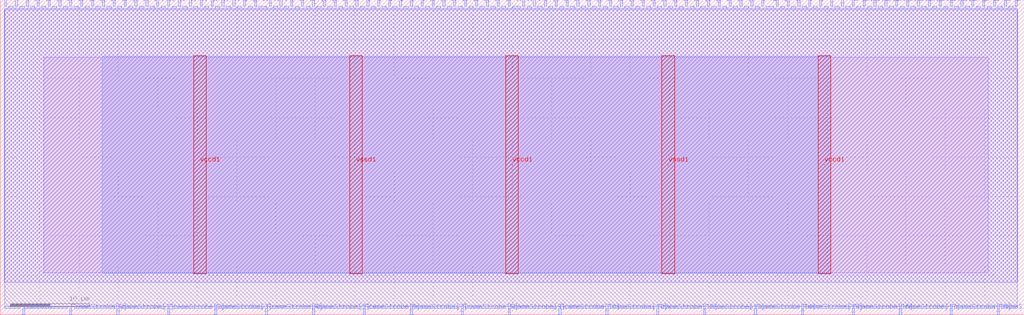
<source format=lef>
VERSION 5.7 ;
  NOWIREEXTENSIONATPIN ON ;
  DIVIDERCHAR "/" ;
  BUSBITCHARS "[]" ;
MACRO S_term_RAM_IO
  CLASS BLOCK ;
  FOREIGN S_term_RAM_IO ;
  ORIGIN 0.000 0.000 ;
  SIZE 130.000 BY 40.000 ;
  PIN FrameStrobe[0]
    DIRECTION INPUT ;
    USE SIGNAL ;
    PORT
      LAYER met2 ;
        RECT 8.830 0.000 9.110 0.800 ;
    END
  END FrameStrobe[0]
  PIN FrameStrobe[10]
    DIRECTION INPUT ;
    USE SIGNAL ;
    PORT
      LAYER met2 ;
        RECT 70.930 0.000 71.210 0.800 ;
    END
  END FrameStrobe[10]
  PIN FrameStrobe[11]
    DIRECTION INPUT ;
    USE SIGNAL ;
    PORT
      LAYER met2 ;
        RECT 76.910 0.000 77.190 0.800 ;
    END
  END FrameStrobe[11]
  PIN FrameStrobe[12]
    DIRECTION INPUT ;
    USE SIGNAL ;
    PORT
      LAYER met2 ;
        RECT 83.350 0.000 83.630 0.800 ;
    END
  END FrameStrobe[12]
  PIN FrameStrobe[13]
    DIRECTION INPUT ;
    USE SIGNAL ;
    PORT
      LAYER met2 ;
        RECT 89.330 0.000 89.610 0.800 ;
    END
  END FrameStrobe[13]
  PIN FrameStrobe[14]
    DIRECTION INPUT ;
    USE SIGNAL ;
    PORT
      LAYER met2 ;
        RECT 95.770 0.000 96.050 0.800 ;
    END
  END FrameStrobe[14]
  PIN FrameStrobe[15]
    DIRECTION INPUT ;
    USE SIGNAL ;
    PORT
      LAYER met2 ;
        RECT 101.750 0.000 102.030 0.800 ;
    END
  END FrameStrobe[15]
  PIN FrameStrobe[16]
    DIRECTION INPUT ;
    USE SIGNAL ;
    PORT
      LAYER met2 ;
        RECT 108.190 0.000 108.470 0.800 ;
    END
  END FrameStrobe[16]
  PIN FrameStrobe[17]
    DIRECTION INPUT ;
    USE SIGNAL ;
    PORT
      LAYER met2 ;
        RECT 114.170 0.000 114.450 0.800 ;
    END
  END FrameStrobe[17]
  PIN FrameStrobe[18]
    DIRECTION INPUT ;
    USE SIGNAL ;
    PORT
      LAYER met2 ;
        RECT 120.610 0.000 120.890 0.800 ;
    END
  END FrameStrobe[18]
  PIN FrameStrobe[19]
    DIRECTION INPUT ;
    USE SIGNAL ;
    PORT
      LAYER met2 ;
        RECT 126.590 0.000 126.870 0.800 ;
    END
  END FrameStrobe[19]
  PIN FrameStrobe[1]
    DIRECTION INPUT ;
    USE SIGNAL ;
    PORT
      LAYER met2 ;
        RECT 14.810 0.000 15.090 0.800 ;
    END
  END FrameStrobe[1]
  PIN FrameStrobe[2]
    DIRECTION INPUT ;
    USE SIGNAL ;
    PORT
      LAYER met2 ;
        RECT 21.250 0.000 21.530 0.800 ;
    END
  END FrameStrobe[2]
  PIN FrameStrobe[3]
    DIRECTION INPUT ;
    USE SIGNAL ;
    PORT
      LAYER met2 ;
        RECT 27.230 0.000 27.510 0.800 ;
    END
  END FrameStrobe[3]
  PIN FrameStrobe[4]
    DIRECTION INPUT ;
    USE SIGNAL ;
    PORT
      LAYER met2 ;
        RECT 33.670 0.000 33.950 0.800 ;
    END
  END FrameStrobe[4]
  PIN FrameStrobe[5]
    DIRECTION INPUT ;
    USE SIGNAL ;
    PORT
      LAYER met2 ;
        RECT 39.650 0.000 39.930 0.800 ;
    END
  END FrameStrobe[5]
  PIN FrameStrobe[6]
    DIRECTION INPUT ;
    USE SIGNAL ;
    PORT
      LAYER met2 ;
        RECT 46.090 0.000 46.370 0.800 ;
    END
  END FrameStrobe[6]
  PIN FrameStrobe[7]
    DIRECTION INPUT ;
    USE SIGNAL ;
    PORT
      LAYER met2 ;
        RECT 52.070 0.000 52.350 0.800 ;
    END
  END FrameStrobe[7]
  PIN FrameStrobe[8]
    DIRECTION INPUT ;
    USE SIGNAL ;
    PORT
      LAYER met2 ;
        RECT 58.510 0.000 58.790 0.800 ;
    END
  END FrameStrobe[8]
  PIN FrameStrobe[9]
    DIRECTION INPUT ;
    USE SIGNAL ;
    PORT
      LAYER met2 ;
        RECT 64.490 0.000 64.770 0.800 ;
    END
  END FrameStrobe[9]
  PIN FrameStrobe_O[0]
    DIRECTION OUTPUT TRISTATE ;
    USE SIGNAL ;
    PORT
      LAYER met2 ;
        RECT 102.670 39.200 102.950 40.000 ;
    END
  END FrameStrobe_O[0]
  PIN FrameStrobe_O[10]
    DIRECTION OUTPUT TRISTATE ;
    USE SIGNAL ;
    PORT
      LAYER met2 ;
        RECT 116.470 39.200 116.750 40.000 ;
    END
  END FrameStrobe_O[10]
  PIN FrameStrobe_O[11]
    DIRECTION OUTPUT TRISTATE ;
    USE SIGNAL ;
    PORT
      LAYER met2 ;
        RECT 117.850 39.200 118.130 40.000 ;
    END
  END FrameStrobe_O[11]
  PIN FrameStrobe_O[12]
    DIRECTION OUTPUT TRISTATE ;
    USE SIGNAL ;
    PORT
      LAYER met2 ;
        RECT 119.230 39.200 119.510 40.000 ;
    END
  END FrameStrobe_O[12]
  PIN FrameStrobe_O[13]
    DIRECTION OUTPUT TRISTATE ;
    USE SIGNAL ;
    PORT
      LAYER met2 ;
        RECT 120.610 39.200 120.890 40.000 ;
    END
  END FrameStrobe_O[13]
  PIN FrameStrobe_O[14]
    DIRECTION OUTPUT TRISTATE ;
    USE SIGNAL ;
    PORT
      LAYER met2 ;
        RECT 121.990 39.200 122.270 40.000 ;
    END
  END FrameStrobe_O[14]
  PIN FrameStrobe_O[15]
    DIRECTION OUTPUT TRISTATE ;
    USE SIGNAL ;
    PORT
      LAYER met2 ;
        RECT 123.370 39.200 123.650 40.000 ;
    END
  END FrameStrobe_O[15]
  PIN FrameStrobe_O[16]
    DIRECTION OUTPUT TRISTATE ;
    USE SIGNAL ;
    PORT
      LAYER met2 ;
        RECT 124.750 39.200 125.030 40.000 ;
    END
  END FrameStrobe_O[16]
  PIN FrameStrobe_O[17]
    DIRECTION OUTPUT TRISTATE ;
    USE SIGNAL ;
    PORT
      LAYER met2 ;
        RECT 126.130 39.200 126.410 40.000 ;
    END
  END FrameStrobe_O[17]
  PIN FrameStrobe_O[18]
    DIRECTION OUTPUT TRISTATE ;
    USE SIGNAL ;
    PORT
      LAYER met2 ;
        RECT 127.510 39.200 127.790 40.000 ;
    END
  END FrameStrobe_O[18]
  PIN FrameStrobe_O[19]
    DIRECTION OUTPUT TRISTATE ;
    USE SIGNAL ;
    PORT
      LAYER met2 ;
        RECT 128.890 39.200 129.170 40.000 ;
    END
  END FrameStrobe_O[19]
  PIN FrameStrobe_O[1]
    DIRECTION OUTPUT TRISTATE ;
    USE SIGNAL ;
    PORT
      LAYER met2 ;
        RECT 104.050 39.200 104.330 40.000 ;
    END
  END FrameStrobe_O[1]
  PIN FrameStrobe_O[2]
    DIRECTION OUTPUT TRISTATE ;
    USE SIGNAL ;
    PORT
      LAYER met2 ;
        RECT 105.430 39.200 105.710 40.000 ;
    END
  END FrameStrobe_O[2]
  PIN FrameStrobe_O[3]
    DIRECTION OUTPUT TRISTATE ;
    USE SIGNAL ;
    PORT
      LAYER met2 ;
        RECT 106.810 39.200 107.090 40.000 ;
    END
  END FrameStrobe_O[3]
  PIN FrameStrobe_O[4]
    DIRECTION OUTPUT TRISTATE ;
    USE SIGNAL ;
    PORT
      LAYER met2 ;
        RECT 108.190 39.200 108.470 40.000 ;
    END
  END FrameStrobe_O[4]
  PIN FrameStrobe_O[5]
    DIRECTION OUTPUT TRISTATE ;
    USE SIGNAL ;
    PORT
      LAYER met2 ;
        RECT 109.570 39.200 109.850 40.000 ;
    END
  END FrameStrobe_O[5]
  PIN FrameStrobe_O[6]
    DIRECTION OUTPUT TRISTATE ;
    USE SIGNAL ;
    PORT
      LAYER met2 ;
        RECT 110.950 39.200 111.230 40.000 ;
    END
  END FrameStrobe_O[6]
  PIN FrameStrobe_O[7]
    DIRECTION OUTPUT TRISTATE ;
    USE SIGNAL ;
    PORT
      LAYER met2 ;
        RECT 112.330 39.200 112.610 40.000 ;
    END
  END FrameStrobe_O[7]
  PIN FrameStrobe_O[8]
    DIRECTION OUTPUT TRISTATE ;
    USE SIGNAL ;
    PORT
      LAYER met2 ;
        RECT 113.710 39.200 113.990 40.000 ;
    END
  END FrameStrobe_O[8]
  PIN FrameStrobe_O[9]
    DIRECTION OUTPUT TRISTATE ;
    USE SIGNAL ;
    PORT
      LAYER met2 ;
        RECT 115.090 39.200 115.370 40.000 ;
    END
  END FrameStrobe_O[9]
  PIN N1BEG[0]
    DIRECTION OUTPUT TRISTATE ;
    USE SIGNAL ;
    PORT
      LAYER met2 ;
        RECT 0.550 39.200 0.830 40.000 ;
    END
  END N1BEG[0]
  PIN N1BEG[1]
    DIRECTION OUTPUT TRISTATE ;
    USE SIGNAL ;
    PORT
      LAYER met2 ;
        RECT 1.930 39.200 2.210 40.000 ;
    END
  END N1BEG[1]
  PIN N1BEG[2]
    DIRECTION OUTPUT TRISTATE ;
    USE SIGNAL ;
    PORT
      LAYER met2 ;
        RECT 3.310 39.200 3.590 40.000 ;
    END
  END N1BEG[2]
  PIN N1BEG[3]
    DIRECTION OUTPUT TRISTATE ;
    USE SIGNAL ;
    PORT
      LAYER met2 ;
        RECT 4.690 39.200 4.970 40.000 ;
    END
  END N1BEG[3]
  PIN N2BEG[0]
    DIRECTION OUTPUT TRISTATE ;
    USE SIGNAL ;
    PORT
      LAYER met2 ;
        RECT 6.070 39.200 6.350 40.000 ;
    END
  END N2BEG[0]
  PIN N2BEG[1]
    DIRECTION OUTPUT TRISTATE ;
    USE SIGNAL ;
    PORT
      LAYER met2 ;
        RECT 7.450 39.200 7.730 40.000 ;
    END
  END N2BEG[1]
  PIN N2BEG[2]
    DIRECTION OUTPUT TRISTATE ;
    USE SIGNAL ;
    PORT
      LAYER met2 ;
        RECT 8.830 39.200 9.110 40.000 ;
    END
  END N2BEG[2]
  PIN N2BEG[3]
    DIRECTION OUTPUT TRISTATE ;
    USE SIGNAL ;
    PORT
      LAYER met2 ;
        RECT 10.210 39.200 10.490 40.000 ;
    END
  END N2BEG[3]
  PIN N2BEG[4]
    DIRECTION OUTPUT TRISTATE ;
    USE SIGNAL ;
    PORT
      LAYER met2 ;
        RECT 11.590 39.200 11.870 40.000 ;
    END
  END N2BEG[4]
  PIN N2BEG[5]
    DIRECTION OUTPUT TRISTATE ;
    USE SIGNAL ;
    PORT
      LAYER met2 ;
        RECT 12.970 39.200 13.250 40.000 ;
    END
  END N2BEG[5]
  PIN N2BEG[6]
    DIRECTION OUTPUT TRISTATE ;
    USE SIGNAL ;
    PORT
      LAYER met2 ;
        RECT 14.350 39.200 14.630 40.000 ;
    END
  END N2BEG[6]
  PIN N2BEG[7]
    DIRECTION OUTPUT TRISTATE ;
    USE SIGNAL ;
    PORT
      LAYER met2 ;
        RECT 15.730 39.200 16.010 40.000 ;
    END
  END N2BEG[7]
  PIN N2BEGb[0]
    DIRECTION OUTPUT TRISTATE ;
    USE SIGNAL ;
    PORT
      LAYER met2 ;
        RECT 17.110 39.200 17.390 40.000 ;
    END
  END N2BEGb[0]
  PIN N2BEGb[1]
    DIRECTION OUTPUT TRISTATE ;
    USE SIGNAL ;
    PORT
      LAYER met2 ;
        RECT 18.490 39.200 18.770 40.000 ;
    END
  END N2BEGb[1]
  PIN N2BEGb[2]
    DIRECTION OUTPUT TRISTATE ;
    USE SIGNAL ;
    PORT
      LAYER met2 ;
        RECT 19.870 39.200 20.150 40.000 ;
    END
  END N2BEGb[2]
  PIN N2BEGb[3]
    DIRECTION OUTPUT TRISTATE ;
    USE SIGNAL ;
    PORT
      LAYER met2 ;
        RECT 21.250 39.200 21.530 40.000 ;
    END
  END N2BEGb[3]
  PIN N2BEGb[4]
    DIRECTION OUTPUT TRISTATE ;
    USE SIGNAL ;
    PORT
      LAYER met2 ;
        RECT 22.630 39.200 22.910 40.000 ;
    END
  END N2BEGb[4]
  PIN N2BEGb[5]
    DIRECTION OUTPUT TRISTATE ;
    USE SIGNAL ;
    PORT
      LAYER met2 ;
        RECT 24.010 39.200 24.290 40.000 ;
    END
  END N2BEGb[5]
  PIN N2BEGb[6]
    DIRECTION OUTPUT TRISTATE ;
    USE SIGNAL ;
    PORT
      LAYER met2 ;
        RECT 25.390 39.200 25.670 40.000 ;
    END
  END N2BEGb[6]
  PIN N2BEGb[7]
    DIRECTION OUTPUT TRISTATE ;
    USE SIGNAL ;
    PORT
      LAYER met2 ;
        RECT 26.770 39.200 27.050 40.000 ;
    END
  END N2BEGb[7]
  PIN N4BEG[0]
    DIRECTION OUTPUT TRISTATE ;
    USE SIGNAL ;
    PORT
      LAYER met2 ;
        RECT 28.150 39.200 28.430 40.000 ;
    END
  END N4BEG[0]
  PIN N4BEG[10]
    DIRECTION OUTPUT TRISTATE ;
    USE SIGNAL ;
    PORT
      LAYER met2 ;
        RECT 42.410 39.200 42.690 40.000 ;
    END
  END N4BEG[10]
  PIN N4BEG[11]
    DIRECTION OUTPUT TRISTATE ;
    USE SIGNAL ;
    PORT
      LAYER met2 ;
        RECT 43.790 39.200 44.070 40.000 ;
    END
  END N4BEG[11]
  PIN N4BEG[12]
    DIRECTION OUTPUT TRISTATE ;
    USE SIGNAL ;
    PORT
      LAYER met2 ;
        RECT 45.170 39.200 45.450 40.000 ;
    END
  END N4BEG[12]
  PIN N4BEG[13]
    DIRECTION OUTPUT TRISTATE ;
    USE SIGNAL ;
    PORT
      LAYER met2 ;
        RECT 46.550 39.200 46.830 40.000 ;
    END
  END N4BEG[13]
  PIN N4BEG[14]
    DIRECTION OUTPUT TRISTATE ;
    USE SIGNAL ;
    PORT
      LAYER met2 ;
        RECT 47.930 39.200 48.210 40.000 ;
    END
  END N4BEG[14]
  PIN N4BEG[15]
    DIRECTION OUTPUT TRISTATE ;
    USE SIGNAL ;
    PORT
      LAYER met2 ;
        RECT 49.310 39.200 49.590 40.000 ;
    END
  END N4BEG[15]
  PIN N4BEG[1]
    DIRECTION OUTPUT TRISTATE ;
    USE SIGNAL ;
    PORT
      LAYER met2 ;
        RECT 29.530 39.200 29.810 40.000 ;
    END
  END N4BEG[1]
  PIN N4BEG[2]
    DIRECTION OUTPUT TRISTATE ;
    USE SIGNAL ;
    PORT
      LAYER met2 ;
        RECT 30.910 39.200 31.190 40.000 ;
    END
  END N4BEG[2]
  PIN N4BEG[3]
    DIRECTION OUTPUT TRISTATE ;
    USE SIGNAL ;
    PORT
      LAYER met2 ;
        RECT 32.290 39.200 32.570 40.000 ;
    END
  END N4BEG[3]
  PIN N4BEG[4]
    DIRECTION OUTPUT TRISTATE ;
    USE SIGNAL ;
    PORT
      LAYER met2 ;
        RECT 34.130 39.200 34.410 40.000 ;
    END
  END N4BEG[4]
  PIN N4BEG[5]
    DIRECTION OUTPUT TRISTATE ;
    USE SIGNAL ;
    PORT
      LAYER met2 ;
        RECT 35.510 39.200 35.790 40.000 ;
    END
  END N4BEG[5]
  PIN N4BEG[6]
    DIRECTION OUTPUT TRISTATE ;
    USE SIGNAL ;
    PORT
      LAYER met2 ;
        RECT 36.890 39.200 37.170 40.000 ;
    END
  END N4BEG[6]
  PIN N4BEG[7]
    DIRECTION OUTPUT TRISTATE ;
    USE SIGNAL ;
    PORT
      LAYER met2 ;
        RECT 38.270 39.200 38.550 40.000 ;
    END
  END N4BEG[7]
  PIN N4BEG[8]
    DIRECTION OUTPUT TRISTATE ;
    USE SIGNAL ;
    PORT
      LAYER met2 ;
        RECT 39.650 39.200 39.930 40.000 ;
    END
  END N4BEG[8]
  PIN N4BEG[9]
    DIRECTION OUTPUT TRISTATE ;
    USE SIGNAL ;
    PORT
      LAYER met2 ;
        RECT 41.030 39.200 41.310 40.000 ;
    END
  END N4BEG[9]
  PIN S1END[0]
    DIRECTION INPUT ;
    USE SIGNAL ;
    PORT
      LAYER met2 ;
        RECT 50.690 39.200 50.970 40.000 ;
    END
  END S1END[0]
  PIN S1END[1]
    DIRECTION INPUT ;
    USE SIGNAL ;
    PORT
      LAYER met2 ;
        RECT 52.070 39.200 52.350 40.000 ;
    END
  END S1END[1]
  PIN S1END[2]
    DIRECTION INPUT ;
    USE SIGNAL ;
    PORT
      LAYER met2 ;
        RECT 53.450 39.200 53.730 40.000 ;
    END
  END S1END[2]
  PIN S1END[3]
    DIRECTION INPUT ;
    USE SIGNAL ;
    PORT
      LAYER met2 ;
        RECT 54.830 39.200 55.110 40.000 ;
    END
  END S1END[3]
  PIN S2END[0]
    DIRECTION INPUT ;
    USE SIGNAL ;
    PORT
      LAYER met2 ;
        RECT 56.210 39.200 56.490 40.000 ;
    END
  END S2END[0]
  PIN S2END[1]
    DIRECTION INPUT ;
    USE SIGNAL ;
    PORT
      LAYER met2 ;
        RECT 57.590 39.200 57.870 40.000 ;
    END
  END S2END[1]
  PIN S2END[2]
    DIRECTION INPUT ;
    USE SIGNAL ;
    PORT
      LAYER met2 ;
        RECT 58.970 39.200 59.250 40.000 ;
    END
  END S2END[2]
  PIN S2END[3]
    DIRECTION INPUT ;
    USE SIGNAL ;
    PORT
      LAYER met2 ;
        RECT 60.350 39.200 60.630 40.000 ;
    END
  END S2END[3]
  PIN S2END[4]
    DIRECTION INPUT ;
    USE SIGNAL ;
    PORT
      LAYER met2 ;
        RECT 61.730 39.200 62.010 40.000 ;
    END
  END S2END[4]
  PIN S2END[5]
    DIRECTION INPUT ;
    USE SIGNAL ;
    PORT
      LAYER met2 ;
        RECT 63.110 39.200 63.390 40.000 ;
    END
  END S2END[5]
  PIN S2END[6]
    DIRECTION INPUT ;
    USE SIGNAL ;
    PORT
      LAYER met2 ;
        RECT 64.490 39.200 64.770 40.000 ;
    END
  END S2END[6]
  PIN S2END[7]
    DIRECTION INPUT ;
    USE SIGNAL ;
    PORT
      LAYER met2 ;
        RECT 66.330 39.200 66.610 40.000 ;
    END
  END S2END[7]
  PIN S2MID[0]
    DIRECTION INPUT ;
    USE SIGNAL ;
    PORT
      LAYER met2 ;
        RECT 67.710 39.200 67.990 40.000 ;
    END
  END S2MID[0]
  PIN S2MID[1]
    DIRECTION INPUT ;
    USE SIGNAL ;
    PORT
      LAYER met2 ;
        RECT 69.090 39.200 69.370 40.000 ;
    END
  END S2MID[1]
  PIN S2MID[2]
    DIRECTION INPUT ;
    USE SIGNAL ;
    PORT
      LAYER met2 ;
        RECT 70.470 39.200 70.750 40.000 ;
    END
  END S2MID[2]
  PIN S2MID[3]
    DIRECTION INPUT ;
    USE SIGNAL ;
    PORT
      LAYER met2 ;
        RECT 71.850 39.200 72.130 40.000 ;
    END
  END S2MID[3]
  PIN S2MID[4]
    DIRECTION INPUT ;
    USE SIGNAL ;
    PORT
      LAYER met2 ;
        RECT 73.230 39.200 73.510 40.000 ;
    END
  END S2MID[4]
  PIN S2MID[5]
    DIRECTION INPUT ;
    USE SIGNAL ;
    PORT
      LAYER met2 ;
        RECT 74.610 39.200 74.890 40.000 ;
    END
  END S2MID[5]
  PIN S2MID[6]
    DIRECTION INPUT ;
    USE SIGNAL ;
    PORT
      LAYER met2 ;
        RECT 75.990 39.200 76.270 40.000 ;
    END
  END S2MID[6]
  PIN S2MID[7]
    DIRECTION INPUT ;
    USE SIGNAL ;
    PORT
      LAYER met2 ;
        RECT 77.370 39.200 77.650 40.000 ;
    END
  END S2MID[7]
  PIN S4END[0]
    DIRECTION INPUT ;
    USE SIGNAL ;
    PORT
      LAYER met2 ;
        RECT 78.750 39.200 79.030 40.000 ;
    END
  END S4END[0]
  PIN S4END[10]
    DIRECTION INPUT ;
    USE SIGNAL ;
    PORT
      LAYER met2 ;
        RECT 92.550 39.200 92.830 40.000 ;
    END
  END S4END[10]
  PIN S4END[11]
    DIRECTION INPUT ;
    USE SIGNAL ;
    PORT
      LAYER met2 ;
        RECT 93.930 39.200 94.210 40.000 ;
    END
  END S4END[11]
  PIN S4END[12]
    DIRECTION INPUT ;
    USE SIGNAL ;
    PORT
      LAYER met2 ;
        RECT 95.310 39.200 95.590 40.000 ;
    END
  END S4END[12]
  PIN S4END[13]
    DIRECTION INPUT ;
    USE SIGNAL ;
    PORT
      LAYER met2 ;
        RECT 96.690 39.200 96.970 40.000 ;
    END
  END S4END[13]
  PIN S4END[14]
    DIRECTION INPUT ;
    USE SIGNAL ;
    PORT
      LAYER met2 ;
        RECT 98.530 39.200 98.810 40.000 ;
    END
  END S4END[14]
  PIN S4END[15]
    DIRECTION INPUT ;
    USE SIGNAL ;
    PORT
      LAYER met2 ;
        RECT 99.910 39.200 100.190 40.000 ;
    END
  END S4END[15]
  PIN S4END[1]
    DIRECTION INPUT ;
    USE SIGNAL ;
    PORT
      LAYER met2 ;
        RECT 80.130 39.200 80.410 40.000 ;
    END
  END S4END[1]
  PIN S4END[2]
    DIRECTION INPUT ;
    USE SIGNAL ;
    PORT
      LAYER met2 ;
        RECT 81.510 39.200 81.790 40.000 ;
    END
  END S4END[2]
  PIN S4END[3]
    DIRECTION INPUT ;
    USE SIGNAL ;
    PORT
      LAYER met2 ;
        RECT 82.890 39.200 83.170 40.000 ;
    END
  END S4END[3]
  PIN S4END[4]
    DIRECTION INPUT ;
    USE SIGNAL ;
    PORT
      LAYER met2 ;
        RECT 84.270 39.200 84.550 40.000 ;
    END
  END S4END[4]
  PIN S4END[5]
    DIRECTION INPUT ;
    USE SIGNAL ;
    PORT
      LAYER met2 ;
        RECT 85.650 39.200 85.930 40.000 ;
    END
  END S4END[5]
  PIN S4END[6]
    DIRECTION INPUT ;
    USE SIGNAL ;
    PORT
      LAYER met2 ;
        RECT 87.030 39.200 87.310 40.000 ;
    END
  END S4END[6]
  PIN S4END[7]
    DIRECTION INPUT ;
    USE SIGNAL ;
    PORT
      LAYER met2 ;
        RECT 88.410 39.200 88.690 40.000 ;
    END
  END S4END[7]
  PIN S4END[8]
    DIRECTION INPUT ;
    USE SIGNAL ;
    PORT
      LAYER met2 ;
        RECT 89.790 39.200 90.070 40.000 ;
    END
  END S4END[8]
  PIN S4END[9]
    DIRECTION INPUT ;
    USE SIGNAL ;
    PORT
      LAYER met2 ;
        RECT 91.170 39.200 91.450 40.000 ;
    END
  END S4END[9]
  PIN UserCLK
    DIRECTION INPUT ;
    USE SIGNAL ;
    PORT
      LAYER met2 ;
        RECT 2.850 0.000 3.130 0.800 ;
    END
  END UserCLK
  PIN UserCLKo
    DIRECTION OUTPUT TRISTATE ;
    USE SIGNAL ;
    PORT
      LAYER met2 ;
        RECT 101.290 39.200 101.570 40.000 ;
    END
  END UserCLKo
  PIN vccd1
    DIRECTION INPUT ;
    USE POWER ;
    PORT
      LAYER met4 ;
        RECT 24.545 5.200 26.145 32.880 ;
    END
    PORT
      LAYER met4 ;
        RECT 64.195 5.200 65.795 32.880 ;
    END
    PORT
      LAYER met4 ;
        RECT 103.850 5.200 105.450 32.880 ;
    END
  END vccd1
  PIN vssd1
    DIRECTION INPUT ;
    USE GROUND ;
    PORT
      LAYER met4 ;
        RECT 44.370 5.200 45.970 32.880 ;
    END
    PORT
      LAYER met4 ;
        RECT 84.025 5.200 85.625 32.880 ;
    END
  END vssd1
  OBS
      LAYER li1 ;
        RECT 5.520 5.355 125.435 32.725 ;
      LAYER met1 ;
        RECT 0.530 4.120 129.190 38.720 ;
      LAYER met2 ;
        RECT 1.110 38.920 1.650 39.200 ;
        RECT 2.490 38.920 3.030 39.200 ;
        RECT 3.870 38.920 4.410 39.200 ;
        RECT 5.250 38.920 5.790 39.200 ;
        RECT 6.630 38.920 7.170 39.200 ;
        RECT 8.010 38.920 8.550 39.200 ;
        RECT 9.390 38.920 9.930 39.200 ;
        RECT 10.770 38.920 11.310 39.200 ;
        RECT 12.150 38.920 12.690 39.200 ;
        RECT 13.530 38.920 14.070 39.200 ;
        RECT 14.910 38.920 15.450 39.200 ;
        RECT 16.290 38.920 16.830 39.200 ;
        RECT 17.670 38.920 18.210 39.200 ;
        RECT 19.050 38.920 19.590 39.200 ;
        RECT 20.430 38.920 20.970 39.200 ;
        RECT 21.810 38.920 22.350 39.200 ;
        RECT 23.190 38.920 23.730 39.200 ;
        RECT 24.570 38.920 25.110 39.200 ;
        RECT 25.950 38.920 26.490 39.200 ;
        RECT 27.330 38.920 27.870 39.200 ;
        RECT 28.710 38.920 29.250 39.200 ;
        RECT 30.090 38.920 30.630 39.200 ;
        RECT 31.470 38.920 32.010 39.200 ;
        RECT 32.850 38.920 33.850 39.200 ;
        RECT 34.690 38.920 35.230 39.200 ;
        RECT 36.070 38.920 36.610 39.200 ;
        RECT 37.450 38.920 37.990 39.200 ;
        RECT 38.830 38.920 39.370 39.200 ;
        RECT 40.210 38.920 40.750 39.200 ;
        RECT 41.590 38.920 42.130 39.200 ;
        RECT 42.970 38.920 43.510 39.200 ;
        RECT 44.350 38.920 44.890 39.200 ;
        RECT 45.730 38.920 46.270 39.200 ;
        RECT 47.110 38.920 47.650 39.200 ;
        RECT 48.490 38.920 49.030 39.200 ;
        RECT 49.870 38.920 50.410 39.200 ;
        RECT 51.250 38.920 51.790 39.200 ;
        RECT 52.630 38.920 53.170 39.200 ;
        RECT 54.010 38.920 54.550 39.200 ;
        RECT 55.390 38.920 55.930 39.200 ;
        RECT 56.770 38.920 57.310 39.200 ;
        RECT 58.150 38.920 58.690 39.200 ;
        RECT 59.530 38.920 60.070 39.200 ;
        RECT 60.910 38.920 61.450 39.200 ;
        RECT 62.290 38.920 62.830 39.200 ;
        RECT 63.670 38.920 64.210 39.200 ;
        RECT 65.050 38.920 66.050 39.200 ;
        RECT 66.890 38.920 67.430 39.200 ;
        RECT 68.270 38.920 68.810 39.200 ;
        RECT 69.650 38.920 70.190 39.200 ;
        RECT 71.030 38.920 71.570 39.200 ;
        RECT 72.410 38.920 72.950 39.200 ;
        RECT 73.790 38.920 74.330 39.200 ;
        RECT 75.170 38.920 75.710 39.200 ;
        RECT 76.550 38.920 77.090 39.200 ;
        RECT 77.930 38.920 78.470 39.200 ;
        RECT 79.310 38.920 79.850 39.200 ;
        RECT 80.690 38.920 81.230 39.200 ;
        RECT 82.070 38.920 82.610 39.200 ;
        RECT 83.450 38.920 83.990 39.200 ;
        RECT 84.830 38.920 85.370 39.200 ;
        RECT 86.210 38.920 86.750 39.200 ;
        RECT 87.590 38.920 88.130 39.200 ;
        RECT 88.970 38.920 89.510 39.200 ;
        RECT 90.350 38.920 90.890 39.200 ;
        RECT 91.730 38.920 92.270 39.200 ;
        RECT 93.110 38.920 93.650 39.200 ;
        RECT 94.490 38.920 95.030 39.200 ;
        RECT 95.870 38.920 96.410 39.200 ;
        RECT 97.250 38.920 98.250 39.200 ;
        RECT 99.090 38.920 99.630 39.200 ;
        RECT 100.470 38.920 101.010 39.200 ;
        RECT 101.850 38.920 102.390 39.200 ;
        RECT 103.230 38.920 103.770 39.200 ;
        RECT 104.610 38.920 105.150 39.200 ;
        RECT 105.990 38.920 106.530 39.200 ;
        RECT 107.370 38.920 107.910 39.200 ;
        RECT 108.750 38.920 109.290 39.200 ;
        RECT 110.130 38.920 110.670 39.200 ;
        RECT 111.510 38.920 112.050 39.200 ;
        RECT 112.890 38.920 113.430 39.200 ;
        RECT 114.270 38.920 114.810 39.200 ;
        RECT 115.650 38.920 116.190 39.200 ;
        RECT 117.030 38.920 117.570 39.200 ;
        RECT 118.410 38.920 118.950 39.200 ;
        RECT 119.790 38.920 120.330 39.200 ;
        RECT 121.170 38.920 121.710 39.200 ;
        RECT 122.550 38.920 123.090 39.200 ;
        RECT 123.930 38.920 124.470 39.200 ;
        RECT 125.310 38.920 125.850 39.200 ;
        RECT 126.690 38.920 127.230 39.200 ;
        RECT 128.070 38.920 128.610 39.200 ;
        RECT 0.560 1.080 129.160 38.920 ;
        RECT 0.560 0.800 2.570 1.080 ;
        RECT 3.410 0.800 8.550 1.080 ;
        RECT 9.390 0.800 14.530 1.080 ;
        RECT 15.370 0.800 20.970 1.080 ;
        RECT 21.810 0.800 26.950 1.080 ;
        RECT 27.790 0.800 33.390 1.080 ;
        RECT 34.230 0.800 39.370 1.080 ;
        RECT 40.210 0.800 45.810 1.080 ;
        RECT 46.650 0.800 51.790 1.080 ;
        RECT 52.630 0.800 58.230 1.080 ;
        RECT 59.070 0.800 64.210 1.080 ;
        RECT 65.050 0.800 70.650 1.080 ;
        RECT 71.490 0.800 76.630 1.080 ;
        RECT 77.470 0.800 83.070 1.080 ;
        RECT 83.910 0.800 89.050 1.080 ;
        RECT 89.890 0.800 95.490 1.080 ;
        RECT 96.330 0.800 101.470 1.080 ;
        RECT 102.310 0.800 107.910 1.080 ;
        RECT 108.750 0.800 113.890 1.080 ;
        RECT 114.730 0.800 120.330 1.080 ;
        RECT 121.170 0.800 126.310 1.080 ;
        RECT 127.150 0.800 129.160 1.080 ;
      LAYER met3 ;
        RECT 12.945 5.275 105.450 32.805 ;
  END
END S_term_RAM_IO
END LIBRARY


</source>
